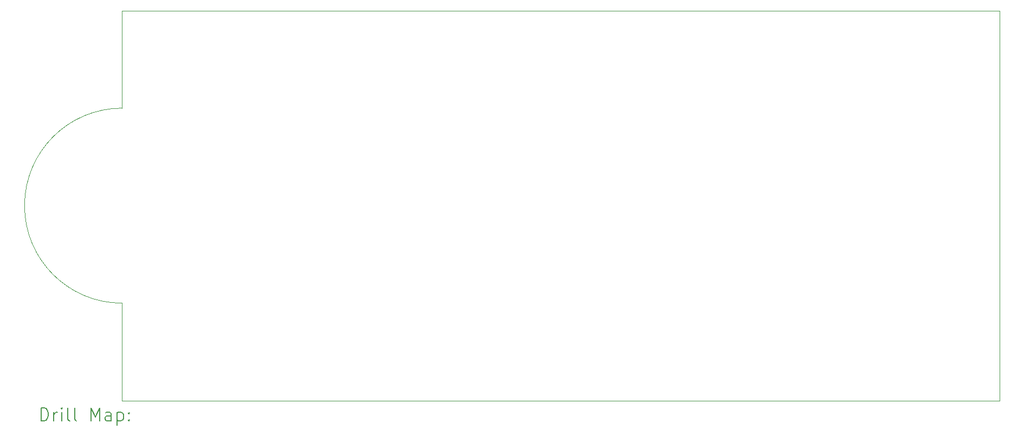
<source format=gbr>
%TF.GenerationSoftware,KiCad,Pcbnew,8.0.8+1*%
%TF.CreationDate,2025-02-28T11:20:59+11:00*%
%TF.ProjectId,vmon,766d6f6e-2e6b-4696-9361-645f70636258,rev?*%
%TF.SameCoordinates,Original*%
%TF.FileFunction,Drillmap*%
%TF.FilePolarity,Positive*%
%FSLAX45Y45*%
G04 Gerber Fmt 4.5, Leading zero omitted, Abs format (unit mm)*
G04 Created by KiCad (PCBNEW 8.0.8+1) date 2025-02-28 11:20:59*
%MOMM*%
%LPD*%
G01*
G04 APERTURE LIST*
%ADD10C,0.050000*%
%ADD11C,0.200000*%
G04 APERTURE END LIST*
D10*
X18796000Y-6858000D02*
X18796000Y-12954000D01*
X5080000Y-12954000D02*
X5080000Y-11430000D01*
X5080000Y-11430000D02*
G75*
G02*
X5080000Y-8382000I0J1524000D01*
G01*
X18796000Y-12954000D02*
X5080000Y-12954000D01*
X5080000Y-6858000D02*
X18796000Y-6858000D01*
X5080000Y-8382000D02*
X5080000Y-6858000D01*
D11*
X3814277Y-13267984D02*
X3814277Y-13067984D01*
X3814277Y-13067984D02*
X3861896Y-13067984D01*
X3861896Y-13067984D02*
X3890467Y-13077508D01*
X3890467Y-13077508D02*
X3909515Y-13096555D01*
X3909515Y-13096555D02*
X3919039Y-13115603D01*
X3919039Y-13115603D02*
X3928562Y-13153698D01*
X3928562Y-13153698D02*
X3928562Y-13182269D01*
X3928562Y-13182269D02*
X3919039Y-13220365D01*
X3919039Y-13220365D02*
X3909515Y-13239412D01*
X3909515Y-13239412D02*
X3890467Y-13258460D01*
X3890467Y-13258460D02*
X3861896Y-13267984D01*
X3861896Y-13267984D02*
X3814277Y-13267984D01*
X4014277Y-13267984D02*
X4014277Y-13134650D01*
X4014277Y-13172746D02*
X4023801Y-13153698D01*
X4023801Y-13153698D02*
X4033324Y-13144174D01*
X4033324Y-13144174D02*
X4052372Y-13134650D01*
X4052372Y-13134650D02*
X4071420Y-13134650D01*
X4138086Y-13267984D02*
X4138086Y-13134650D01*
X4138086Y-13067984D02*
X4128562Y-13077508D01*
X4128562Y-13077508D02*
X4138086Y-13087031D01*
X4138086Y-13087031D02*
X4147610Y-13077508D01*
X4147610Y-13077508D02*
X4138086Y-13067984D01*
X4138086Y-13067984D02*
X4138086Y-13087031D01*
X4261896Y-13267984D02*
X4242848Y-13258460D01*
X4242848Y-13258460D02*
X4233324Y-13239412D01*
X4233324Y-13239412D02*
X4233324Y-13067984D01*
X4366658Y-13267984D02*
X4347610Y-13258460D01*
X4347610Y-13258460D02*
X4338086Y-13239412D01*
X4338086Y-13239412D02*
X4338086Y-13067984D01*
X4595229Y-13267984D02*
X4595229Y-13067984D01*
X4595229Y-13067984D02*
X4661896Y-13210841D01*
X4661896Y-13210841D02*
X4728563Y-13067984D01*
X4728563Y-13067984D02*
X4728563Y-13267984D01*
X4909515Y-13267984D02*
X4909515Y-13163222D01*
X4909515Y-13163222D02*
X4899991Y-13144174D01*
X4899991Y-13144174D02*
X4880944Y-13134650D01*
X4880944Y-13134650D02*
X4842848Y-13134650D01*
X4842848Y-13134650D02*
X4823801Y-13144174D01*
X4909515Y-13258460D02*
X4890467Y-13267984D01*
X4890467Y-13267984D02*
X4842848Y-13267984D01*
X4842848Y-13267984D02*
X4823801Y-13258460D01*
X4823801Y-13258460D02*
X4814277Y-13239412D01*
X4814277Y-13239412D02*
X4814277Y-13220365D01*
X4814277Y-13220365D02*
X4823801Y-13201317D01*
X4823801Y-13201317D02*
X4842848Y-13191793D01*
X4842848Y-13191793D02*
X4890467Y-13191793D01*
X4890467Y-13191793D02*
X4909515Y-13182269D01*
X5004753Y-13134650D02*
X5004753Y-13334650D01*
X5004753Y-13144174D02*
X5023801Y-13134650D01*
X5023801Y-13134650D02*
X5061896Y-13134650D01*
X5061896Y-13134650D02*
X5080944Y-13144174D01*
X5080944Y-13144174D02*
X5090467Y-13153698D01*
X5090467Y-13153698D02*
X5099991Y-13172746D01*
X5099991Y-13172746D02*
X5099991Y-13229888D01*
X5099991Y-13229888D02*
X5090467Y-13248936D01*
X5090467Y-13248936D02*
X5080944Y-13258460D01*
X5080944Y-13258460D02*
X5061896Y-13267984D01*
X5061896Y-13267984D02*
X5023801Y-13267984D01*
X5023801Y-13267984D02*
X5004753Y-13258460D01*
X5185705Y-13248936D02*
X5195229Y-13258460D01*
X5195229Y-13258460D02*
X5185705Y-13267984D01*
X5185705Y-13267984D02*
X5176182Y-13258460D01*
X5176182Y-13258460D02*
X5185705Y-13248936D01*
X5185705Y-13248936D02*
X5185705Y-13267984D01*
X5185705Y-13144174D02*
X5195229Y-13153698D01*
X5195229Y-13153698D02*
X5185705Y-13163222D01*
X5185705Y-13163222D02*
X5176182Y-13153698D01*
X5176182Y-13153698D02*
X5185705Y-13144174D01*
X5185705Y-13144174D02*
X5185705Y-13163222D01*
M02*

</source>
